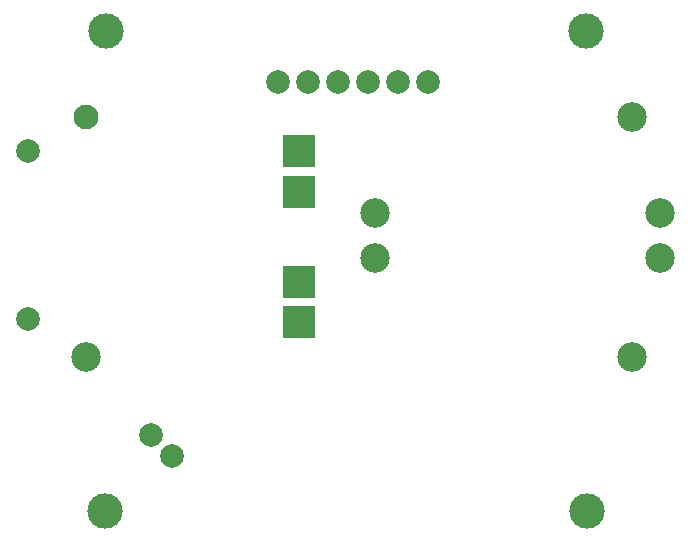
<source format=gbr>
G04 #@! TF.GenerationSoftware,KiCad,Pcbnew,(5.1.2)-2*
G04 #@! TF.CreationDate,2019-10-20T14:27:08-03:00*
G04 #@! TF.ProjectId,placa_potencia,706c6163-615f-4706-9f74-656e6369612e,rev?*
G04 #@! TF.SameCoordinates,Original*
G04 #@! TF.FileFunction,Soldermask,Top*
G04 #@! TF.FilePolarity,Negative*
%FSLAX46Y46*%
G04 Gerber Fmt 4.6, Leading zero omitted, Abs format (unit mm)*
G04 Created by KiCad (PCBNEW (5.1.2)-2) date 2019-10-20 14:27:08*
%MOMM*%
%LPD*%
G04 APERTURE LIST*
%ADD10R,2.800000X2.800000*%
%ADD11C,2.000000*%
%ADD12C,3.000000*%
%ADD13C,2.500000*%
%ADD14C,2.100000*%
G04 APERTURE END LIST*
D10*
X80600000Y-70300000D03*
X80600000Y-62700000D03*
X80600000Y-73700000D03*
X80600000Y-59200000D03*
D11*
X57700000Y-73400000D03*
X57700000Y-59200000D03*
D12*
X64300000Y-49000000D03*
X104900000Y-49000000D03*
X64200000Y-89700000D03*
X105000000Y-89700000D03*
D11*
X91550000Y-53350000D03*
X89010000Y-53350000D03*
X86470000Y-53350000D03*
X83930000Y-53350000D03*
X81390000Y-53350000D03*
X78850000Y-53350000D03*
X68100000Y-83200000D03*
X69896051Y-84996051D03*
D13*
X62574000Y-76626000D03*
D14*
X62574000Y-56306000D03*
D13*
X108802000Y-76626000D03*
X108802000Y-56306000D03*
X87070000Y-64410000D03*
X87070000Y-68220000D03*
X111200000Y-64410000D03*
X111200000Y-68220000D03*
M02*

</source>
